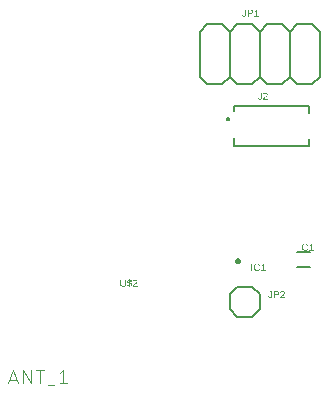
<source format=gbr>
G04 EAGLE Gerber RS-274X export*
G75*
%MOMM*%
%FSLAX34Y34*%
%LPD*%
%INSilkscreen Top*%
%IPPOS*%
%AMOC8*
5,1,8,0,0,1.08239X$1,22.5*%
G01*
G04 Define Apertures*
%ADD10C,0.101600*%
%ADD11C,0.127000*%
%ADD12C,0.250000*%
%ADD13C,0.200000*%
%ADD14C,0.152400*%
G36*
X903544Y294498D02*
X903752Y294517D01*
X904149Y294592D01*
X904519Y294716D01*
X904863Y294891D01*
X905175Y295113D01*
X905450Y295381D01*
X905688Y295694D01*
X905889Y296053D01*
X905234Y296380D01*
X905068Y296092D01*
X904883Y295842D01*
X904679Y295631D01*
X904455Y295458D01*
X904212Y295324D01*
X903949Y295228D01*
X903668Y295170D01*
X903367Y295151D01*
X903131Y295161D01*
X902907Y295192D01*
X902696Y295244D01*
X902498Y295316D01*
X902312Y295409D01*
X902138Y295523D01*
X901977Y295657D01*
X901829Y295812D01*
X901696Y295984D01*
X901580Y296169D01*
X901483Y296367D01*
X901403Y296579D01*
X901340Y296804D01*
X901296Y297043D01*
X901269Y297294D01*
X901260Y297559D01*
X901269Y297827D01*
X901295Y298080D01*
X901337Y298318D01*
X901397Y298542D01*
X901474Y298751D01*
X901567Y298945D01*
X901678Y299125D01*
X901806Y299290D01*
X901949Y299438D01*
X902106Y299567D01*
X902276Y299675D01*
X902461Y299764D01*
X902658Y299833D01*
X902870Y299882D01*
X903095Y299912D01*
X903333Y299922D01*
X903635Y299905D01*
X903916Y299854D01*
X904176Y299768D01*
X904414Y299649D01*
X904626Y299498D01*
X904807Y299316D01*
X904956Y299103D01*
X905075Y298860D01*
X905834Y299112D01*
X905664Y299453D01*
X905452Y299749D01*
X905199Y300000D01*
X904903Y300207D01*
X904567Y300369D01*
X904191Y300484D01*
X903778Y300553D01*
X903325Y300577D01*
X902996Y300564D01*
X902686Y300526D01*
X902394Y300464D01*
X902121Y300376D01*
X901865Y300263D01*
X901629Y300126D01*
X901410Y299963D01*
X901210Y299775D01*
X901031Y299565D01*
X900876Y299336D01*
X900745Y299088D01*
X900637Y298820D01*
X900554Y298534D01*
X900494Y298228D01*
X900458Y297903D01*
X900446Y297559D01*
X900468Y297103D01*
X900532Y296679D01*
X900639Y296286D01*
X900788Y295925D01*
X900979Y295600D01*
X901208Y295315D01*
X901476Y295069D01*
X901783Y294863D01*
X902124Y294701D01*
X902496Y294585D01*
X902897Y294515D01*
X903329Y294492D01*
X903544Y294498D01*
G37*
G36*
X910589Y295218D02*
X909149Y295218D01*
X909149Y300488D01*
X908453Y300488D01*
X907055Y299527D01*
X907055Y298814D01*
X908390Y299767D01*
X908390Y295218D01*
X906883Y295218D01*
X906883Y294576D01*
X910589Y294576D01*
X910589Y295218D01*
G37*
G36*
X862822Y277544D02*
X863030Y277563D01*
X863426Y277638D01*
X863797Y277762D01*
X864140Y277937D01*
X864452Y278159D01*
X864727Y278427D01*
X864965Y278740D01*
X865166Y279099D01*
X864512Y279426D01*
X864346Y279138D01*
X864161Y278888D01*
X863956Y278677D01*
X863732Y278504D01*
X863489Y278370D01*
X863227Y278274D01*
X862945Y278216D01*
X862644Y278197D01*
X862408Y278207D01*
X862185Y278238D01*
X861974Y278290D01*
X861775Y278362D01*
X861589Y278455D01*
X861416Y278569D01*
X861255Y278703D01*
X861107Y278858D01*
X860973Y279030D01*
X860858Y279215D01*
X860760Y279413D01*
X860680Y279625D01*
X860618Y279850D01*
X860573Y280089D01*
X860547Y280340D01*
X860538Y280605D01*
X860546Y280873D01*
X860572Y281126D01*
X860615Y281364D01*
X860674Y281588D01*
X860751Y281797D01*
X860845Y281991D01*
X860956Y282171D01*
X861083Y282336D01*
X861227Y282484D01*
X861383Y282613D01*
X861554Y282721D01*
X861738Y282810D01*
X861936Y282879D01*
X862147Y282928D01*
X862372Y282958D01*
X862611Y282968D01*
X862913Y282951D01*
X863194Y282900D01*
X863453Y282814D01*
X863691Y282695D01*
X863903Y282544D01*
X864084Y282362D01*
X864234Y282149D01*
X864352Y281906D01*
X865112Y282158D01*
X864942Y282499D01*
X864730Y282795D01*
X864476Y283046D01*
X864180Y283253D01*
X863844Y283415D01*
X863469Y283530D01*
X863055Y283599D01*
X862602Y283623D01*
X862274Y283610D01*
X861964Y283572D01*
X861672Y283510D01*
X861398Y283422D01*
X861143Y283309D01*
X860906Y283172D01*
X860688Y283009D01*
X860488Y282821D01*
X860309Y282611D01*
X860153Y282382D01*
X860022Y282134D01*
X859915Y281866D01*
X859831Y281580D01*
X859772Y281274D01*
X859736Y280949D01*
X859724Y280605D01*
X859745Y280149D01*
X859809Y279725D01*
X859916Y279332D01*
X860066Y278971D01*
X860256Y278646D01*
X860486Y278361D01*
X860754Y278115D01*
X861060Y277909D01*
X861402Y277747D01*
X861773Y277631D01*
X862175Y277561D01*
X862607Y277538D01*
X862822Y277544D01*
G37*
G36*
X869866Y278264D02*
X868427Y278264D01*
X868427Y283534D01*
X867730Y283534D01*
X866333Y282573D01*
X866333Y281860D01*
X867667Y282813D01*
X867667Y278264D01*
X866161Y278264D01*
X866161Y277622D01*
X869866Y277622D01*
X869866Y278264D01*
G37*
G36*
X858507Y283534D02*
X857706Y283534D01*
X857706Y277622D01*
X858507Y277622D01*
X858507Y283534D01*
G37*
G36*
X871561Y423072D02*
X868477Y423072D01*
X868549Y423220D01*
X868642Y423372D01*
X868888Y423683D01*
X869222Y424019D01*
X869656Y424394D01*
X870391Y425014D01*
X870843Y425447D01*
X871115Y425787D01*
X871223Y425957D01*
X871311Y426127D01*
X871380Y426297D01*
X871429Y426468D01*
X871459Y426639D01*
X871468Y426811D01*
X871461Y426999D01*
X871438Y427177D01*
X871401Y427343D01*
X871348Y427498D01*
X871281Y427643D01*
X871198Y427776D01*
X871101Y427898D01*
X870988Y428009D01*
X870861Y428108D01*
X870722Y428193D01*
X870569Y428266D01*
X870404Y428325D01*
X870226Y428371D01*
X870035Y428404D01*
X869831Y428424D01*
X869614Y428431D01*
X869415Y428424D01*
X869225Y428404D01*
X869045Y428372D01*
X868874Y428326D01*
X868712Y428267D01*
X868559Y428194D01*
X868281Y428011D01*
X868049Y427783D01*
X867954Y427655D01*
X867872Y427519D01*
X867803Y427373D01*
X867748Y427219D01*
X867707Y427055D01*
X867679Y426882D01*
X868451Y426811D01*
X868495Y427035D01*
X868570Y427232D01*
X868678Y427403D01*
X868819Y427547D01*
X868985Y427662D01*
X869174Y427744D01*
X869383Y427793D01*
X869614Y427809D01*
X869854Y427793D01*
X870066Y427742D01*
X870250Y427658D01*
X870407Y427541D01*
X870532Y427393D01*
X870621Y427218D01*
X870674Y427015D01*
X870692Y426786D01*
X870682Y426610D01*
X870651Y426444D01*
X870599Y426287D01*
X870526Y426139D01*
X870335Y425860D01*
X870092Y425594D01*
X869807Y425334D01*
X869490Y425074D01*
X868816Y424509D01*
X868484Y424187D01*
X868168Y423829D01*
X868020Y423634D01*
X867883Y423425D01*
X867759Y423201D01*
X867646Y422963D01*
X867646Y422430D01*
X871561Y422430D01*
X871561Y423072D01*
G37*
G36*
X865016Y422354D02*
X865202Y422377D01*
X865378Y422415D01*
X865542Y422469D01*
X865697Y422539D01*
X865840Y422623D01*
X865972Y422724D01*
X866094Y422839D01*
X866203Y422968D01*
X866298Y423109D01*
X866378Y423261D01*
X866444Y423424D01*
X866495Y423599D01*
X866531Y423785D01*
X866553Y423983D01*
X866560Y424192D01*
X866560Y428342D01*
X864626Y428342D01*
X864626Y427688D01*
X865763Y427688D01*
X865763Y424176D01*
X865747Y423904D01*
X865700Y423666D01*
X865621Y423464D01*
X865511Y423297D01*
X865374Y423165D01*
X865213Y423071D01*
X865030Y423015D01*
X864823Y422996D01*
X864632Y423014D01*
X864458Y423065D01*
X864300Y423150D01*
X864160Y423269D01*
X864039Y423419D01*
X863943Y423595D01*
X863870Y423799D01*
X863820Y424029D01*
X863035Y423899D01*
X863125Y423535D01*
X863252Y423219D01*
X863418Y422953D01*
X863622Y422734D01*
X863864Y422564D01*
X864144Y422443D01*
X864462Y422370D01*
X864636Y422352D01*
X864819Y422346D01*
X865016Y422354D01*
G37*
G36*
X855449Y495064D02*
X857186Y495064D01*
X857415Y495071D01*
X857632Y495095D01*
X857836Y495133D01*
X858028Y495187D01*
X858208Y495257D01*
X858375Y495342D01*
X858531Y495443D01*
X858674Y495559D01*
X858802Y495688D01*
X858913Y495828D01*
X859007Y495979D01*
X859084Y496140D01*
X859144Y496312D01*
X859187Y496495D01*
X859213Y496689D01*
X859221Y496893D01*
X859213Y497099D01*
X859187Y497293D01*
X859145Y497475D01*
X859085Y497645D01*
X859008Y497804D01*
X858914Y497950D01*
X858804Y498084D01*
X858676Y498207D01*
X858532Y498316D01*
X858375Y498410D01*
X858204Y498490D01*
X858018Y498556D01*
X857819Y498607D01*
X857605Y498643D01*
X857377Y498665D01*
X857136Y498672D01*
X854647Y498672D01*
X854647Y492760D01*
X855449Y492760D01*
X855449Y495064D01*
G37*
G36*
X864021Y493402D02*
X862582Y493402D01*
X862582Y498672D01*
X861885Y498672D01*
X860488Y497711D01*
X860488Y496998D01*
X861822Y497951D01*
X861822Y493402D01*
X860316Y493402D01*
X860316Y492760D01*
X864021Y492760D01*
X864021Y493402D01*
G37*
G36*
X851745Y492684D02*
X851931Y492707D01*
X852107Y492745D01*
X852271Y492799D01*
X852426Y492869D01*
X852569Y492953D01*
X852701Y493054D01*
X852823Y493169D01*
X852932Y493298D01*
X853027Y493439D01*
X853107Y493591D01*
X853173Y493754D01*
X853224Y493929D01*
X853260Y494115D01*
X853282Y494313D01*
X853289Y494522D01*
X853289Y498672D01*
X851355Y498672D01*
X851355Y498018D01*
X852492Y498018D01*
X852492Y494506D01*
X852476Y494234D01*
X852429Y493996D01*
X852350Y493794D01*
X852240Y493627D01*
X852103Y493495D01*
X851942Y493401D01*
X851759Y493345D01*
X851552Y493326D01*
X851361Y493344D01*
X851187Y493395D01*
X851029Y493480D01*
X850889Y493599D01*
X850768Y493749D01*
X850672Y493925D01*
X850599Y494129D01*
X850549Y494359D01*
X849764Y494229D01*
X849854Y493865D01*
X849981Y493549D01*
X850147Y493283D01*
X850351Y493064D01*
X850593Y492894D01*
X850873Y492773D01*
X851191Y492700D01*
X851365Y492682D01*
X851548Y492676D01*
X851745Y492684D01*
G37*
%LPC*%
G36*
X855449Y495697D02*
X855449Y498030D01*
X857039Y498030D01*
X857362Y498012D01*
X857641Y497959D01*
X857878Y497869D01*
X858072Y497744D01*
X858222Y497583D01*
X858330Y497386D01*
X858394Y497153D01*
X858416Y496885D01*
X858395Y496607D01*
X858332Y496365D01*
X858227Y496161D01*
X858080Y495994D01*
X857891Y495864D01*
X857660Y495772D01*
X857388Y495716D01*
X857073Y495697D01*
X855449Y495697D01*
G37*
%LPD*%
G36*
X754911Y264178D02*
X755138Y264195D01*
X755351Y264224D01*
X755551Y264265D01*
X755737Y264317D01*
X755910Y264382D01*
X756070Y264457D01*
X756217Y264545D01*
X756351Y264644D01*
X756470Y264753D01*
X756573Y264871D01*
X756660Y264997D01*
X756732Y265132D01*
X756787Y265275D01*
X756827Y265427D01*
X756851Y265587D01*
X756858Y265756D01*
X756852Y265920D01*
X756834Y266074D01*
X756804Y266216D01*
X756762Y266347D01*
X756643Y266582D01*
X756481Y266784D01*
X756263Y266959D01*
X755979Y267115D01*
X755794Y267191D01*
X755554Y267269D01*
X754911Y267438D01*
X754911Y269306D01*
X755142Y269272D01*
X755344Y269216D01*
X755516Y269138D01*
X755658Y269039D01*
X755776Y268918D01*
X755871Y268775D01*
X755946Y268611D01*
X755998Y268424D01*
X756728Y268563D01*
X756625Y268876D01*
X756489Y269146D01*
X756322Y269371D01*
X756124Y269551D01*
X755888Y269692D01*
X755607Y269798D01*
X755281Y269869D01*
X754911Y269906D01*
X754911Y270455D01*
X754391Y270455D01*
X754391Y269906D01*
X753982Y269866D01*
X753622Y269786D01*
X753311Y269664D01*
X753050Y269501D01*
X752940Y269405D01*
X752844Y269299D01*
X752763Y269186D01*
X752696Y269063D01*
X752645Y268931D01*
X752608Y268791D01*
X752586Y268641D01*
X752578Y268483D01*
X752598Y268199D01*
X752656Y267959D01*
X752758Y267747D01*
X752908Y267550D01*
X753109Y267370D01*
X753365Y267212D01*
X753535Y267136D01*
X753654Y267094D01*
X753763Y267055D01*
X754391Y266880D01*
X754391Y264799D01*
X754229Y264817D01*
X754110Y264831D01*
X753861Y264890D01*
X753645Y264976D01*
X753462Y265088D01*
X753309Y265230D01*
X753185Y265402D01*
X753090Y265605D01*
X753023Y265840D01*
X752310Y265684D01*
X752407Y265348D01*
X752550Y265054D01*
X752740Y264802D01*
X752977Y264592D01*
X753261Y264425D01*
X753591Y264300D01*
X753968Y264218D01*
X754391Y264178D01*
X754391Y263498D01*
X754911Y263498D01*
X754911Y264178D01*
G37*
G36*
X749431Y264027D02*
X749772Y264079D01*
X750087Y264165D01*
X750377Y264285D01*
X750640Y264438D01*
X750870Y264621D01*
X751070Y264835D01*
X751238Y265080D01*
X751371Y265353D01*
X751466Y265650D01*
X751523Y265972D01*
X751542Y266318D01*
X751542Y270006D01*
X750745Y270006D01*
X750745Y266364D01*
X750738Y266162D01*
X750717Y265972D01*
X750682Y265794D01*
X750634Y265629D01*
X750572Y265477D01*
X750496Y265337D01*
X750406Y265210D01*
X750302Y265095D01*
X750186Y264993D01*
X750058Y264905D01*
X749920Y264830D01*
X749771Y264769D01*
X749610Y264722D01*
X749438Y264688D01*
X749256Y264667D01*
X749062Y264660D01*
X748874Y264667D01*
X748697Y264687D01*
X748531Y264719D01*
X748377Y264765D01*
X748234Y264824D01*
X748103Y264897D01*
X747983Y264982D01*
X747874Y265080D01*
X747778Y265191D01*
X747695Y265314D01*
X747624Y265450D01*
X747566Y265597D01*
X747521Y265757D01*
X747489Y265929D01*
X747470Y266113D01*
X747463Y266310D01*
X747463Y270006D01*
X746662Y270006D01*
X746662Y266242D01*
X746680Y265906D01*
X746736Y265594D01*
X746829Y265306D01*
X746960Y265042D01*
X747124Y264806D01*
X747318Y264599D01*
X747543Y264422D01*
X747799Y264274D01*
X748081Y264159D01*
X748386Y264076D01*
X748715Y264027D01*
X749066Y264010D01*
X749431Y264027D01*
G37*
G36*
X761346Y264736D02*
X758262Y264736D01*
X758335Y264884D01*
X758428Y265036D01*
X758673Y265347D01*
X759008Y265683D01*
X759441Y266058D01*
X760176Y266678D01*
X760628Y267111D01*
X760901Y267451D01*
X761008Y267621D01*
X761096Y267791D01*
X761165Y267961D01*
X761214Y268132D01*
X761244Y268303D01*
X761254Y268475D01*
X761246Y268663D01*
X761224Y268841D01*
X761186Y269007D01*
X761134Y269162D01*
X761066Y269307D01*
X760983Y269440D01*
X760886Y269562D01*
X760773Y269673D01*
X760647Y269772D01*
X760507Y269857D01*
X760355Y269930D01*
X760189Y269989D01*
X760011Y270035D01*
X759820Y270068D01*
X759616Y270088D01*
X759399Y270095D01*
X759200Y270088D01*
X759010Y270068D01*
X758830Y270036D01*
X758659Y269990D01*
X758497Y269931D01*
X758344Y269858D01*
X758067Y269675D01*
X757835Y269447D01*
X757739Y269319D01*
X757657Y269183D01*
X757589Y269037D01*
X757534Y268883D01*
X757492Y268719D01*
X757465Y268546D01*
X758237Y268475D01*
X758280Y268699D01*
X758356Y268896D01*
X758464Y269067D01*
X758604Y269211D01*
X758771Y269326D01*
X758959Y269408D01*
X759168Y269457D01*
X759399Y269473D01*
X759639Y269457D01*
X759851Y269406D01*
X760035Y269322D01*
X760192Y269205D01*
X760317Y269057D01*
X760406Y268882D01*
X760460Y268679D01*
X760477Y268450D01*
X760467Y268274D01*
X760436Y268108D01*
X760384Y267951D01*
X760312Y267803D01*
X760120Y267524D01*
X759877Y267258D01*
X759593Y266998D01*
X759275Y266738D01*
X758602Y266173D01*
X758270Y265851D01*
X757953Y265493D01*
X757805Y265298D01*
X757669Y265089D01*
X757544Y264865D01*
X757431Y264627D01*
X757431Y264094D01*
X761346Y264094D01*
X761346Y264736D01*
G37*
%LPC*%
G36*
X754911Y266759D02*
X755410Y266613D01*
X755713Y266488D01*
X755894Y266357D01*
X756028Y266196D01*
X756075Y266102D01*
X756109Y265996D01*
X756130Y265878D01*
X756137Y265747D01*
X756117Y265545D01*
X756058Y265365D01*
X755959Y265209D01*
X755820Y265076D01*
X755644Y264967D01*
X755434Y264884D01*
X755190Y264826D01*
X755101Y264816D01*
X754911Y264795D01*
X754911Y266759D01*
G37*
G36*
X753990Y267665D02*
X753718Y267782D01*
X753536Y267914D01*
X753407Y268070D01*
X753405Y268072D01*
X753359Y268163D01*
X753326Y268263D01*
X753307Y268373D01*
X753300Y268492D01*
X753317Y268671D01*
X753368Y268829D01*
X753454Y268965D01*
X753573Y269079D01*
X753726Y269171D01*
X753914Y269241D01*
X754135Y269288D01*
X754391Y269314D01*
X754391Y267547D01*
X753990Y267665D01*
G37*
%LPD*%
G36*
X877547Y256812D02*
X879284Y256812D01*
X879513Y256819D01*
X879730Y256843D01*
X879934Y256881D01*
X880126Y256935D01*
X880306Y257005D01*
X880473Y257090D01*
X880629Y257191D01*
X880772Y257307D01*
X880900Y257436D01*
X881011Y257576D01*
X881105Y257727D01*
X881182Y257888D01*
X881242Y258060D01*
X881285Y258243D01*
X881311Y258437D01*
X881319Y258641D01*
X881311Y258847D01*
X881285Y259041D01*
X881243Y259223D01*
X881183Y259393D01*
X881106Y259552D01*
X881012Y259698D01*
X880902Y259832D01*
X880774Y259955D01*
X880630Y260064D01*
X880473Y260158D01*
X880302Y260238D01*
X880116Y260304D01*
X879917Y260355D01*
X879703Y260391D01*
X879475Y260413D01*
X879234Y260420D01*
X876745Y260420D01*
X876745Y254508D01*
X877547Y254508D01*
X877547Y256812D01*
G37*
G36*
X886106Y255150D02*
X883022Y255150D01*
X883095Y255298D01*
X883188Y255450D01*
X883434Y255761D01*
X883768Y256097D01*
X884201Y256472D01*
X884937Y257092D01*
X885389Y257525D01*
X885661Y257865D01*
X885769Y258035D01*
X885857Y258205D01*
X885926Y258375D01*
X885975Y258546D01*
X886004Y258717D01*
X886014Y258889D01*
X886007Y259077D01*
X885984Y259255D01*
X885947Y259421D01*
X885894Y259576D01*
X885826Y259721D01*
X885744Y259854D01*
X885646Y259976D01*
X885534Y260087D01*
X885407Y260186D01*
X885268Y260271D01*
X885115Y260344D01*
X884950Y260403D01*
X884772Y260449D01*
X884581Y260482D01*
X884376Y260502D01*
X884159Y260509D01*
X883961Y260502D01*
X883771Y260482D01*
X883591Y260450D01*
X883419Y260404D01*
X883257Y260345D01*
X883105Y260272D01*
X882827Y260089D01*
X882595Y259861D01*
X882500Y259733D01*
X882418Y259597D01*
X882349Y259451D01*
X882294Y259297D01*
X882253Y259133D01*
X882225Y258960D01*
X882997Y258889D01*
X883041Y259113D01*
X883116Y259310D01*
X883224Y259481D01*
X883364Y259625D01*
X883531Y259740D01*
X883719Y259822D01*
X883929Y259871D01*
X884159Y259887D01*
X884399Y259871D01*
X884612Y259820D01*
X884796Y259736D01*
X884953Y259619D01*
X885077Y259471D01*
X885167Y259296D01*
X885220Y259093D01*
X885238Y258864D01*
X885228Y258688D01*
X885196Y258522D01*
X885145Y258365D01*
X885072Y258217D01*
X884881Y257938D01*
X884638Y257672D01*
X884353Y257412D01*
X884036Y257152D01*
X883362Y256587D01*
X883030Y256265D01*
X882714Y255907D01*
X882566Y255712D01*
X882429Y255503D01*
X882304Y255279D01*
X882191Y255041D01*
X882191Y254508D01*
X886106Y254508D01*
X886106Y255150D01*
G37*
G36*
X873843Y254432D02*
X874029Y254455D01*
X874205Y254493D01*
X874369Y254547D01*
X874524Y254617D01*
X874667Y254701D01*
X874799Y254802D01*
X874921Y254917D01*
X875030Y255046D01*
X875125Y255187D01*
X875205Y255339D01*
X875271Y255502D01*
X875322Y255677D01*
X875358Y255863D01*
X875380Y256061D01*
X875387Y256270D01*
X875387Y260420D01*
X873453Y260420D01*
X873453Y259766D01*
X874590Y259766D01*
X874590Y256254D01*
X874574Y255982D01*
X874527Y255744D01*
X874448Y255542D01*
X874338Y255375D01*
X874201Y255243D01*
X874040Y255149D01*
X873857Y255093D01*
X873650Y255074D01*
X873459Y255092D01*
X873285Y255143D01*
X873127Y255228D01*
X872987Y255347D01*
X872866Y255497D01*
X872770Y255673D01*
X872697Y255877D01*
X872647Y256107D01*
X871862Y255977D01*
X871952Y255613D01*
X872079Y255297D01*
X872245Y255031D01*
X872449Y254812D01*
X872691Y254642D01*
X872971Y254521D01*
X873289Y254448D01*
X873463Y254430D01*
X873646Y254424D01*
X873843Y254432D01*
G37*
%LPC*%
G36*
X877547Y257445D02*
X877547Y259778D01*
X879137Y259778D01*
X879460Y259760D01*
X879739Y259707D01*
X879976Y259617D01*
X880170Y259492D01*
X880320Y259331D01*
X880428Y259134D01*
X880492Y258901D01*
X880514Y258633D01*
X880493Y258355D01*
X880430Y258113D01*
X880325Y257909D01*
X880178Y257742D01*
X879989Y257612D01*
X879758Y257520D01*
X879486Y257464D01*
X879171Y257445D01*
X877547Y257445D01*
G37*
%LPD*%
D10*
X652018Y182118D02*
X655913Y193802D01*
X659807Y182118D01*
X658834Y185039D02*
X652992Y185039D01*
X664478Y182118D02*
X664478Y193802D01*
X670969Y182118D01*
X670969Y193802D01*
X678773Y193802D02*
X678773Y182118D01*
X675527Y193802D02*
X682018Y193802D01*
X685701Y180820D02*
X690894Y180820D01*
X695339Y191206D02*
X698585Y193802D01*
X698585Y182118D01*
X701830Y182118D02*
X695339Y182118D01*
D11*
X896200Y293306D02*
X907200Y293306D01*
X907200Y280734D02*
X896200Y280734D01*
D12*
X844890Y285880D02*
X844892Y285950D01*
X844898Y286020D01*
X844908Y286089D01*
X844921Y286158D01*
X844939Y286226D01*
X844960Y286293D01*
X844985Y286358D01*
X845014Y286422D01*
X845046Y286485D01*
X845082Y286545D01*
X845121Y286603D01*
X845163Y286659D01*
X845208Y286713D01*
X845256Y286764D01*
X845307Y286812D01*
X845361Y286857D01*
X845417Y286899D01*
X845475Y286938D01*
X845535Y286974D01*
X845598Y287006D01*
X845662Y287035D01*
X845727Y287060D01*
X845794Y287081D01*
X845862Y287099D01*
X845931Y287112D01*
X846000Y287122D01*
X846070Y287128D01*
X846140Y287130D01*
X846210Y287128D01*
X846280Y287122D01*
X846349Y287112D01*
X846418Y287099D01*
X846486Y287081D01*
X846553Y287060D01*
X846618Y287035D01*
X846682Y287006D01*
X846745Y286974D01*
X846805Y286938D01*
X846863Y286899D01*
X846919Y286857D01*
X846973Y286812D01*
X847024Y286764D01*
X847072Y286713D01*
X847117Y286659D01*
X847159Y286603D01*
X847198Y286545D01*
X847234Y286485D01*
X847266Y286422D01*
X847295Y286358D01*
X847320Y286293D01*
X847341Y286226D01*
X847359Y286158D01*
X847372Y286089D01*
X847382Y286020D01*
X847388Y285950D01*
X847390Y285880D01*
X847388Y285810D01*
X847382Y285740D01*
X847372Y285671D01*
X847359Y285602D01*
X847341Y285534D01*
X847320Y285467D01*
X847295Y285402D01*
X847266Y285338D01*
X847234Y285275D01*
X847198Y285215D01*
X847159Y285157D01*
X847117Y285101D01*
X847072Y285047D01*
X847024Y284996D01*
X846973Y284948D01*
X846919Y284903D01*
X846863Y284861D01*
X846805Y284822D01*
X846745Y284786D01*
X846682Y284754D01*
X846618Y284725D01*
X846553Y284700D01*
X846486Y284679D01*
X846418Y284661D01*
X846349Y284648D01*
X846280Y284638D01*
X846210Y284632D01*
X846140Y284630D01*
X846070Y284632D01*
X846000Y284638D01*
X845931Y284648D01*
X845862Y284661D01*
X845794Y284679D01*
X845727Y284700D01*
X845662Y284725D01*
X845598Y284754D01*
X845535Y284786D01*
X845475Y284822D01*
X845417Y284861D01*
X845361Y284903D01*
X845307Y284948D01*
X845256Y284996D01*
X845208Y285047D01*
X845163Y285101D01*
X845121Y285157D01*
X845082Y285215D01*
X845046Y285275D01*
X845014Y285338D01*
X844985Y285402D01*
X844960Y285467D01*
X844939Y285534D01*
X844921Y285602D01*
X844908Y285671D01*
X844898Y285740D01*
X844892Y285810D01*
X844890Y285880D01*
D11*
X843371Y417050D02*
X906871Y417050D01*
X906871Y383050D02*
X843371Y383050D01*
X843371Y413050D02*
X843371Y417050D01*
X906871Y417050D02*
X906871Y411050D01*
X906871Y389050D02*
X906871Y383050D01*
X843371Y383050D02*
X843371Y390050D01*
D13*
X836771Y406050D02*
X836773Y406113D01*
X836779Y406175D01*
X836789Y406237D01*
X836802Y406299D01*
X836820Y406359D01*
X836841Y406418D01*
X836866Y406476D01*
X836895Y406532D01*
X836927Y406586D01*
X836962Y406638D01*
X837000Y406687D01*
X837042Y406735D01*
X837086Y406779D01*
X837134Y406821D01*
X837183Y406859D01*
X837235Y406894D01*
X837289Y406926D01*
X837345Y406955D01*
X837403Y406980D01*
X837462Y407001D01*
X837522Y407019D01*
X837584Y407032D01*
X837646Y407042D01*
X837708Y407048D01*
X837771Y407050D01*
X837834Y407048D01*
X837896Y407042D01*
X837958Y407032D01*
X838020Y407019D01*
X838080Y407001D01*
X838139Y406980D01*
X838197Y406955D01*
X838253Y406926D01*
X838307Y406894D01*
X838359Y406859D01*
X838408Y406821D01*
X838456Y406779D01*
X838500Y406735D01*
X838542Y406687D01*
X838580Y406638D01*
X838615Y406586D01*
X838647Y406532D01*
X838676Y406476D01*
X838701Y406418D01*
X838722Y406359D01*
X838740Y406299D01*
X838753Y406237D01*
X838763Y406175D01*
X838769Y406113D01*
X838771Y406050D01*
X838769Y405987D01*
X838763Y405925D01*
X838753Y405863D01*
X838740Y405801D01*
X838722Y405741D01*
X838701Y405682D01*
X838676Y405624D01*
X838647Y405568D01*
X838615Y405514D01*
X838580Y405462D01*
X838542Y405413D01*
X838500Y405365D01*
X838456Y405321D01*
X838408Y405279D01*
X838359Y405241D01*
X838307Y405206D01*
X838253Y405174D01*
X838197Y405145D01*
X838139Y405120D01*
X838080Y405099D01*
X838020Y405081D01*
X837958Y405068D01*
X837896Y405058D01*
X837834Y405052D01*
X837771Y405050D01*
X837708Y405052D01*
X837646Y405058D01*
X837584Y405068D01*
X837522Y405081D01*
X837462Y405099D01*
X837403Y405120D01*
X837345Y405145D01*
X837289Y405174D01*
X837235Y405206D01*
X837183Y405241D01*
X837134Y405279D01*
X837086Y405321D01*
X837042Y405365D01*
X837000Y405413D01*
X836962Y405462D01*
X836927Y405514D01*
X836895Y405568D01*
X836866Y405624D01*
X836841Y405682D01*
X836820Y405741D01*
X836802Y405801D01*
X836789Y405863D01*
X836779Y405925D01*
X836773Y405987D01*
X836771Y406050D01*
D14*
X820420Y435610D02*
X814070Y441960D01*
X833120Y435610D02*
X839470Y441960D01*
X845820Y435610D01*
X858520Y435610D02*
X864870Y441960D01*
X871220Y435610D01*
X883920Y435610D02*
X890270Y441960D01*
X814070Y441960D02*
X814070Y480060D01*
X820420Y486410D01*
X833120Y486410D01*
X839470Y480060D01*
X845820Y486410D01*
X858520Y486410D01*
X864870Y480060D01*
X871220Y486410D01*
X883920Y486410D01*
X890270Y480060D01*
X839470Y480060D02*
X839470Y441960D01*
X864870Y441960D02*
X864870Y480060D01*
X890270Y480060D02*
X890270Y441960D01*
X883920Y435610D02*
X871220Y435610D01*
X858520Y435610D02*
X845820Y435610D01*
X833120Y435610D02*
X820420Y435610D01*
X890270Y441960D02*
X896620Y435610D01*
X909320Y435610D02*
X915670Y441960D01*
X890270Y480060D02*
X896620Y486410D01*
X909320Y486410D01*
X915670Y480060D01*
X915670Y441960D01*
X909320Y435610D02*
X896620Y435610D01*
X858520Y264160D02*
X845820Y264160D01*
X858520Y264160D02*
X864870Y257810D01*
X864870Y245110D01*
X858520Y238760D01*
X839470Y245110D02*
X839470Y257810D01*
X845820Y264160D01*
X839470Y245110D02*
X845820Y238760D01*
X858520Y238760D01*
M02*

</source>
